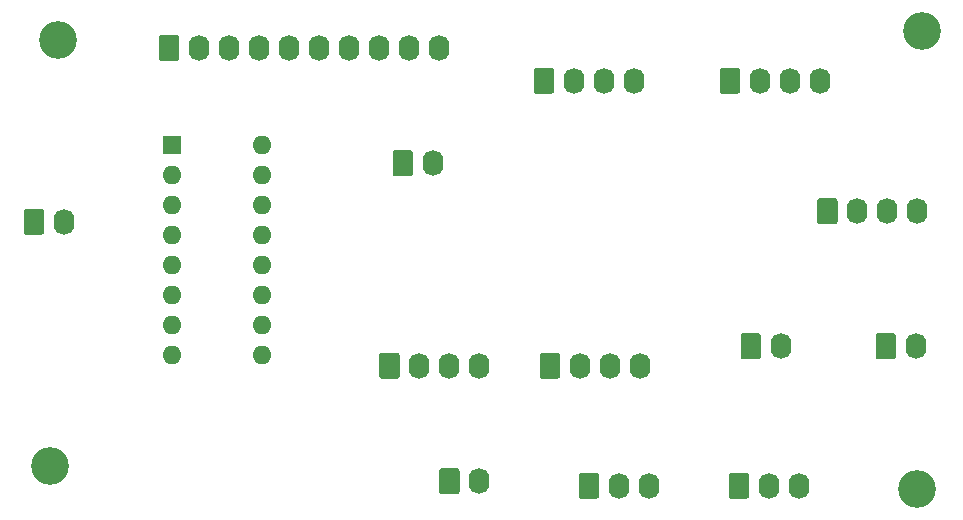
<source format=gbr>
G04 #@! TF.GenerationSoftware,KiCad,Pcbnew,(5.1.5-0-10_14)*
G04 #@! TF.CreationDate,2021-04-18T16:02:41+10:00*
G04 #@! TF.ProjectId,OH - Left Console - Output Distribution,4f48202d-204c-4656-9674-20436f6e736f,rev?*
G04 #@! TF.SameCoordinates,Original*
G04 #@! TF.FileFunction,Soldermask,Top*
G04 #@! TF.FilePolarity,Negative*
%FSLAX46Y46*%
G04 Gerber Fmt 4.6, Leading zero omitted, Abs format (unit mm)*
G04 Created by KiCad (PCBNEW (5.1.5-0-10_14)) date 2021-04-18 16:02:41*
%MOMM*%
%LPD*%
G04 APERTURE LIST*
%ADD10O,1.740000X2.200000*%
%ADD11C,0.100000*%
%ADD12O,1.600000X1.600000*%
%ADD13R,1.600000X1.600000*%
%ADD14C,3.200000*%
G04 APERTURE END LIST*
D10*
X201168000Y-51435000D03*
X198628000Y-51435000D03*
X196088000Y-51435000D03*
D11*
G36*
X194192505Y-50336204D02*
G01*
X194216773Y-50339804D01*
X194240572Y-50345765D01*
X194263671Y-50354030D01*
X194285850Y-50364520D01*
X194306893Y-50377132D01*
X194326599Y-50391747D01*
X194344777Y-50408223D01*
X194361253Y-50426401D01*
X194375868Y-50446107D01*
X194388480Y-50467150D01*
X194398970Y-50489329D01*
X194407235Y-50512428D01*
X194413196Y-50536227D01*
X194416796Y-50560495D01*
X194418000Y-50584999D01*
X194418000Y-52285001D01*
X194416796Y-52309505D01*
X194413196Y-52333773D01*
X194407235Y-52357572D01*
X194398970Y-52380671D01*
X194388480Y-52402850D01*
X194375868Y-52423893D01*
X194361253Y-52443599D01*
X194344777Y-52461777D01*
X194326599Y-52478253D01*
X194306893Y-52492868D01*
X194285850Y-52505480D01*
X194263671Y-52515970D01*
X194240572Y-52524235D01*
X194216773Y-52530196D01*
X194192505Y-52533796D01*
X194168001Y-52535000D01*
X192927999Y-52535000D01*
X192903495Y-52533796D01*
X192879227Y-52530196D01*
X192855428Y-52524235D01*
X192832329Y-52515970D01*
X192810150Y-52505480D01*
X192789107Y-52492868D01*
X192769401Y-52478253D01*
X192751223Y-52461777D01*
X192734747Y-52443599D01*
X192720132Y-52423893D01*
X192707520Y-52402850D01*
X192697030Y-52380671D01*
X192688765Y-52357572D01*
X192682804Y-52333773D01*
X192679204Y-52309505D01*
X192678000Y-52285001D01*
X192678000Y-50584999D01*
X192679204Y-50560495D01*
X192682804Y-50536227D01*
X192688765Y-50512428D01*
X192697030Y-50489329D01*
X192707520Y-50467150D01*
X192720132Y-50446107D01*
X192734747Y-50426401D01*
X192751223Y-50408223D01*
X192769401Y-50391747D01*
X192789107Y-50377132D01*
X192810150Y-50364520D01*
X192832329Y-50354030D01*
X192855428Y-50345765D01*
X192879227Y-50339804D01*
X192903495Y-50336204D01*
X192927999Y-50335000D01*
X194168001Y-50335000D01*
X194192505Y-50336204D01*
G37*
D10*
X201041000Y-62865000D03*
D11*
G36*
X199145505Y-61766204D02*
G01*
X199169773Y-61769804D01*
X199193572Y-61775765D01*
X199216671Y-61784030D01*
X199238850Y-61794520D01*
X199259893Y-61807132D01*
X199279599Y-61821747D01*
X199297777Y-61838223D01*
X199314253Y-61856401D01*
X199328868Y-61876107D01*
X199341480Y-61897150D01*
X199351970Y-61919329D01*
X199360235Y-61942428D01*
X199366196Y-61966227D01*
X199369796Y-61990495D01*
X199371000Y-62014999D01*
X199371000Y-63715001D01*
X199369796Y-63739505D01*
X199366196Y-63763773D01*
X199360235Y-63787572D01*
X199351970Y-63810671D01*
X199341480Y-63832850D01*
X199328868Y-63853893D01*
X199314253Y-63873599D01*
X199297777Y-63891777D01*
X199279599Y-63908253D01*
X199259893Y-63922868D01*
X199238850Y-63935480D01*
X199216671Y-63945970D01*
X199193572Y-63954235D01*
X199169773Y-63960196D01*
X199145505Y-63963796D01*
X199121001Y-63965000D01*
X197880999Y-63965000D01*
X197856495Y-63963796D01*
X197832227Y-63960196D01*
X197808428Y-63954235D01*
X197785329Y-63945970D01*
X197763150Y-63935480D01*
X197742107Y-63922868D01*
X197722401Y-63908253D01*
X197704223Y-63891777D01*
X197687747Y-63873599D01*
X197673132Y-63853893D01*
X197660520Y-63832850D01*
X197650030Y-63810671D01*
X197641765Y-63787572D01*
X197635804Y-63763773D01*
X197632204Y-63739505D01*
X197631000Y-63715001D01*
X197631000Y-62014999D01*
X197632204Y-61990495D01*
X197635804Y-61966227D01*
X197641765Y-61942428D01*
X197650030Y-61919329D01*
X197660520Y-61897150D01*
X197673132Y-61876107D01*
X197687747Y-61856401D01*
X197704223Y-61838223D01*
X197722401Y-61821747D01*
X197742107Y-61807132D01*
X197763150Y-61794520D01*
X197785329Y-61784030D01*
X197808428Y-61775765D01*
X197832227Y-61769804D01*
X197856495Y-61766204D01*
X197880999Y-61765000D01*
X199121001Y-61765000D01*
X199145505Y-61766204D01*
G37*
D10*
X189611000Y-62865000D03*
D11*
G36*
X187715505Y-61766204D02*
G01*
X187739773Y-61769804D01*
X187763572Y-61775765D01*
X187786671Y-61784030D01*
X187808850Y-61794520D01*
X187829893Y-61807132D01*
X187849599Y-61821747D01*
X187867777Y-61838223D01*
X187884253Y-61856401D01*
X187898868Y-61876107D01*
X187911480Y-61897150D01*
X187921970Y-61919329D01*
X187930235Y-61942428D01*
X187936196Y-61966227D01*
X187939796Y-61990495D01*
X187941000Y-62014999D01*
X187941000Y-63715001D01*
X187939796Y-63739505D01*
X187936196Y-63763773D01*
X187930235Y-63787572D01*
X187921970Y-63810671D01*
X187911480Y-63832850D01*
X187898868Y-63853893D01*
X187884253Y-63873599D01*
X187867777Y-63891777D01*
X187849599Y-63908253D01*
X187829893Y-63922868D01*
X187808850Y-63935480D01*
X187786671Y-63945970D01*
X187763572Y-63954235D01*
X187739773Y-63960196D01*
X187715505Y-63963796D01*
X187691001Y-63965000D01*
X186450999Y-63965000D01*
X186426495Y-63963796D01*
X186402227Y-63960196D01*
X186378428Y-63954235D01*
X186355329Y-63945970D01*
X186333150Y-63935480D01*
X186312107Y-63922868D01*
X186292401Y-63908253D01*
X186274223Y-63891777D01*
X186257747Y-63873599D01*
X186243132Y-63853893D01*
X186230520Y-63832850D01*
X186220030Y-63810671D01*
X186211765Y-63787572D01*
X186205804Y-63763773D01*
X186202204Y-63739505D01*
X186201000Y-63715001D01*
X186201000Y-62014999D01*
X186202204Y-61990495D01*
X186205804Y-61966227D01*
X186211765Y-61942428D01*
X186220030Y-61919329D01*
X186230520Y-61897150D01*
X186243132Y-61876107D01*
X186257747Y-61856401D01*
X186274223Y-61838223D01*
X186292401Y-61821747D01*
X186312107Y-61807132D01*
X186333150Y-61794520D01*
X186355329Y-61784030D01*
X186378428Y-61775765D01*
X186402227Y-61769804D01*
X186426495Y-61766204D01*
X186450999Y-61765000D01*
X187691001Y-61765000D01*
X187715505Y-61766204D01*
G37*
D12*
X145669000Y-45847000D03*
X138049000Y-63627000D03*
X145669000Y-48387000D03*
X138049000Y-61087000D03*
X145669000Y-50927000D03*
X138049000Y-58547000D03*
X145669000Y-53467000D03*
X138049000Y-56007000D03*
X145669000Y-56007000D03*
X138049000Y-53467000D03*
X145669000Y-58547000D03*
X138049000Y-50927000D03*
X145669000Y-61087000D03*
X138049000Y-48387000D03*
X145669000Y-63627000D03*
D13*
X138049000Y-45847000D03*
D10*
X178435000Y-74676000D03*
X175895000Y-74676000D03*
D11*
G36*
X173999505Y-73577204D02*
G01*
X174023773Y-73580804D01*
X174047572Y-73586765D01*
X174070671Y-73595030D01*
X174092850Y-73605520D01*
X174113893Y-73618132D01*
X174133599Y-73632747D01*
X174151777Y-73649223D01*
X174168253Y-73667401D01*
X174182868Y-73687107D01*
X174195480Y-73708150D01*
X174205970Y-73730329D01*
X174214235Y-73753428D01*
X174220196Y-73777227D01*
X174223796Y-73801495D01*
X174225000Y-73825999D01*
X174225000Y-75526001D01*
X174223796Y-75550505D01*
X174220196Y-75574773D01*
X174214235Y-75598572D01*
X174205970Y-75621671D01*
X174195480Y-75643850D01*
X174182868Y-75664893D01*
X174168253Y-75684599D01*
X174151777Y-75702777D01*
X174133599Y-75719253D01*
X174113893Y-75733868D01*
X174092850Y-75746480D01*
X174070671Y-75756970D01*
X174047572Y-75765235D01*
X174023773Y-75771196D01*
X173999505Y-75774796D01*
X173975001Y-75776000D01*
X172734999Y-75776000D01*
X172710495Y-75774796D01*
X172686227Y-75771196D01*
X172662428Y-75765235D01*
X172639329Y-75756970D01*
X172617150Y-75746480D01*
X172596107Y-75733868D01*
X172576401Y-75719253D01*
X172558223Y-75702777D01*
X172541747Y-75684599D01*
X172527132Y-75664893D01*
X172514520Y-75643850D01*
X172504030Y-75621671D01*
X172495765Y-75598572D01*
X172489804Y-75574773D01*
X172486204Y-75550505D01*
X172485000Y-75526001D01*
X172485000Y-73825999D01*
X172486204Y-73801495D01*
X172489804Y-73777227D01*
X172495765Y-73753428D01*
X172504030Y-73730329D01*
X172514520Y-73708150D01*
X172527132Y-73687107D01*
X172541747Y-73667401D01*
X172558223Y-73649223D01*
X172576401Y-73632747D01*
X172596107Y-73618132D01*
X172617150Y-73605520D01*
X172639329Y-73595030D01*
X172662428Y-73586765D01*
X172686227Y-73580804D01*
X172710495Y-73577204D01*
X172734999Y-73576000D01*
X173975001Y-73576000D01*
X173999505Y-73577204D01*
G37*
D10*
X191135000Y-74676000D03*
X188595000Y-74676000D03*
D11*
G36*
X186699505Y-73577204D02*
G01*
X186723773Y-73580804D01*
X186747572Y-73586765D01*
X186770671Y-73595030D01*
X186792850Y-73605520D01*
X186813893Y-73618132D01*
X186833599Y-73632747D01*
X186851777Y-73649223D01*
X186868253Y-73667401D01*
X186882868Y-73687107D01*
X186895480Y-73708150D01*
X186905970Y-73730329D01*
X186914235Y-73753428D01*
X186920196Y-73777227D01*
X186923796Y-73801495D01*
X186925000Y-73825999D01*
X186925000Y-75526001D01*
X186923796Y-75550505D01*
X186920196Y-75574773D01*
X186914235Y-75598572D01*
X186905970Y-75621671D01*
X186895480Y-75643850D01*
X186882868Y-75664893D01*
X186868253Y-75684599D01*
X186851777Y-75702777D01*
X186833599Y-75719253D01*
X186813893Y-75733868D01*
X186792850Y-75746480D01*
X186770671Y-75756970D01*
X186747572Y-75765235D01*
X186723773Y-75771196D01*
X186699505Y-75774796D01*
X186675001Y-75776000D01*
X185434999Y-75776000D01*
X185410495Y-75774796D01*
X185386227Y-75771196D01*
X185362428Y-75765235D01*
X185339329Y-75756970D01*
X185317150Y-75746480D01*
X185296107Y-75733868D01*
X185276401Y-75719253D01*
X185258223Y-75702777D01*
X185241747Y-75684599D01*
X185227132Y-75664893D01*
X185214520Y-75643850D01*
X185204030Y-75621671D01*
X185195765Y-75598572D01*
X185189804Y-75574773D01*
X185186204Y-75550505D01*
X185185000Y-75526001D01*
X185185000Y-73825999D01*
X185186204Y-73801495D01*
X185189804Y-73777227D01*
X185195765Y-73753428D01*
X185204030Y-73730329D01*
X185214520Y-73708150D01*
X185227132Y-73687107D01*
X185241747Y-73667401D01*
X185258223Y-73649223D01*
X185276401Y-73632747D01*
X185296107Y-73618132D01*
X185317150Y-73605520D01*
X185339329Y-73595030D01*
X185362428Y-73586765D01*
X185386227Y-73580804D01*
X185410495Y-73577204D01*
X185434999Y-73576000D01*
X186675001Y-73576000D01*
X186699505Y-73577204D01*
G37*
D10*
X177673000Y-64516000D03*
X175133000Y-64516000D03*
X172593000Y-64516000D03*
D11*
G36*
X170697505Y-63417204D02*
G01*
X170721773Y-63420804D01*
X170745572Y-63426765D01*
X170768671Y-63435030D01*
X170790850Y-63445520D01*
X170811893Y-63458132D01*
X170831599Y-63472747D01*
X170849777Y-63489223D01*
X170866253Y-63507401D01*
X170880868Y-63527107D01*
X170893480Y-63548150D01*
X170903970Y-63570329D01*
X170912235Y-63593428D01*
X170918196Y-63617227D01*
X170921796Y-63641495D01*
X170923000Y-63665999D01*
X170923000Y-65366001D01*
X170921796Y-65390505D01*
X170918196Y-65414773D01*
X170912235Y-65438572D01*
X170903970Y-65461671D01*
X170893480Y-65483850D01*
X170880868Y-65504893D01*
X170866253Y-65524599D01*
X170849777Y-65542777D01*
X170831599Y-65559253D01*
X170811893Y-65573868D01*
X170790850Y-65586480D01*
X170768671Y-65596970D01*
X170745572Y-65605235D01*
X170721773Y-65611196D01*
X170697505Y-65614796D01*
X170673001Y-65616000D01*
X169432999Y-65616000D01*
X169408495Y-65614796D01*
X169384227Y-65611196D01*
X169360428Y-65605235D01*
X169337329Y-65596970D01*
X169315150Y-65586480D01*
X169294107Y-65573868D01*
X169274401Y-65559253D01*
X169256223Y-65542777D01*
X169239747Y-65524599D01*
X169225132Y-65504893D01*
X169212520Y-65483850D01*
X169202030Y-65461671D01*
X169193765Y-65438572D01*
X169187804Y-65414773D01*
X169184204Y-65390505D01*
X169183000Y-65366001D01*
X169183000Y-63665999D01*
X169184204Y-63641495D01*
X169187804Y-63617227D01*
X169193765Y-63593428D01*
X169202030Y-63570329D01*
X169212520Y-63548150D01*
X169225132Y-63527107D01*
X169239747Y-63507401D01*
X169256223Y-63489223D01*
X169274401Y-63472747D01*
X169294107Y-63458132D01*
X169315150Y-63445520D01*
X169337329Y-63435030D01*
X169360428Y-63426765D01*
X169384227Y-63420804D01*
X169408495Y-63417204D01*
X169432999Y-63416000D01*
X170673001Y-63416000D01*
X170697505Y-63417204D01*
G37*
D10*
X192913000Y-40386000D03*
X190373000Y-40386000D03*
X187833000Y-40386000D03*
D11*
G36*
X185937505Y-39287204D02*
G01*
X185961773Y-39290804D01*
X185985572Y-39296765D01*
X186008671Y-39305030D01*
X186030850Y-39315520D01*
X186051893Y-39328132D01*
X186071599Y-39342747D01*
X186089777Y-39359223D01*
X186106253Y-39377401D01*
X186120868Y-39397107D01*
X186133480Y-39418150D01*
X186143970Y-39440329D01*
X186152235Y-39463428D01*
X186158196Y-39487227D01*
X186161796Y-39511495D01*
X186163000Y-39535999D01*
X186163000Y-41236001D01*
X186161796Y-41260505D01*
X186158196Y-41284773D01*
X186152235Y-41308572D01*
X186143970Y-41331671D01*
X186133480Y-41353850D01*
X186120868Y-41374893D01*
X186106253Y-41394599D01*
X186089777Y-41412777D01*
X186071599Y-41429253D01*
X186051893Y-41443868D01*
X186030850Y-41456480D01*
X186008671Y-41466970D01*
X185985572Y-41475235D01*
X185961773Y-41481196D01*
X185937505Y-41484796D01*
X185913001Y-41486000D01*
X184672999Y-41486000D01*
X184648495Y-41484796D01*
X184624227Y-41481196D01*
X184600428Y-41475235D01*
X184577329Y-41466970D01*
X184555150Y-41456480D01*
X184534107Y-41443868D01*
X184514401Y-41429253D01*
X184496223Y-41412777D01*
X184479747Y-41394599D01*
X184465132Y-41374893D01*
X184452520Y-41353850D01*
X184442030Y-41331671D01*
X184433765Y-41308572D01*
X184427804Y-41284773D01*
X184424204Y-41260505D01*
X184423000Y-41236001D01*
X184423000Y-39535999D01*
X184424204Y-39511495D01*
X184427804Y-39487227D01*
X184433765Y-39463428D01*
X184442030Y-39440329D01*
X184452520Y-39418150D01*
X184465132Y-39397107D01*
X184479747Y-39377401D01*
X184496223Y-39359223D01*
X184514401Y-39342747D01*
X184534107Y-39328132D01*
X184555150Y-39315520D01*
X184577329Y-39305030D01*
X184600428Y-39296765D01*
X184624227Y-39290804D01*
X184648495Y-39287204D01*
X184672999Y-39286000D01*
X185913001Y-39286000D01*
X185937505Y-39287204D01*
G37*
D10*
X164084000Y-74295000D03*
D11*
G36*
X162188505Y-73196204D02*
G01*
X162212773Y-73199804D01*
X162236572Y-73205765D01*
X162259671Y-73214030D01*
X162281850Y-73224520D01*
X162302893Y-73237132D01*
X162322599Y-73251747D01*
X162340777Y-73268223D01*
X162357253Y-73286401D01*
X162371868Y-73306107D01*
X162384480Y-73327150D01*
X162394970Y-73349329D01*
X162403235Y-73372428D01*
X162409196Y-73396227D01*
X162412796Y-73420495D01*
X162414000Y-73444999D01*
X162414000Y-75145001D01*
X162412796Y-75169505D01*
X162409196Y-75193773D01*
X162403235Y-75217572D01*
X162394970Y-75240671D01*
X162384480Y-75262850D01*
X162371868Y-75283893D01*
X162357253Y-75303599D01*
X162340777Y-75321777D01*
X162322599Y-75338253D01*
X162302893Y-75352868D01*
X162281850Y-75365480D01*
X162259671Y-75375970D01*
X162236572Y-75384235D01*
X162212773Y-75390196D01*
X162188505Y-75393796D01*
X162164001Y-75395000D01*
X160923999Y-75395000D01*
X160899495Y-75393796D01*
X160875227Y-75390196D01*
X160851428Y-75384235D01*
X160828329Y-75375970D01*
X160806150Y-75365480D01*
X160785107Y-75352868D01*
X160765401Y-75338253D01*
X160747223Y-75321777D01*
X160730747Y-75303599D01*
X160716132Y-75283893D01*
X160703520Y-75262850D01*
X160693030Y-75240671D01*
X160684765Y-75217572D01*
X160678804Y-75193773D01*
X160675204Y-75169505D01*
X160674000Y-75145001D01*
X160674000Y-73444999D01*
X160675204Y-73420495D01*
X160678804Y-73396227D01*
X160684765Y-73372428D01*
X160693030Y-73349329D01*
X160703520Y-73327150D01*
X160716132Y-73306107D01*
X160730747Y-73286401D01*
X160747223Y-73268223D01*
X160765401Y-73251747D01*
X160785107Y-73237132D01*
X160806150Y-73224520D01*
X160828329Y-73214030D01*
X160851428Y-73205765D01*
X160875227Y-73199804D01*
X160899495Y-73196204D01*
X160923999Y-73195000D01*
X162164001Y-73195000D01*
X162188505Y-73196204D01*
G37*
D10*
X164084000Y-64516000D03*
X161544000Y-64516000D03*
X159004000Y-64516000D03*
D11*
G36*
X157108505Y-63417204D02*
G01*
X157132773Y-63420804D01*
X157156572Y-63426765D01*
X157179671Y-63435030D01*
X157201850Y-63445520D01*
X157222893Y-63458132D01*
X157242599Y-63472747D01*
X157260777Y-63489223D01*
X157277253Y-63507401D01*
X157291868Y-63527107D01*
X157304480Y-63548150D01*
X157314970Y-63570329D01*
X157323235Y-63593428D01*
X157329196Y-63617227D01*
X157332796Y-63641495D01*
X157334000Y-63665999D01*
X157334000Y-65366001D01*
X157332796Y-65390505D01*
X157329196Y-65414773D01*
X157323235Y-65438572D01*
X157314970Y-65461671D01*
X157304480Y-65483850D01*
X157291868Y-65504893D01*
X157277253Y-65524599D01*
X157260777Y-65542777D01*
X157242599Y-65559253D01*
X157222893Y-65573868D01*
X157201850Y-65586480D01*
X157179671Y-65596970D01*
X157156572Y-65605235D01*
X157132773Y-65611196D01*
X157108505Y-65614796D01*
X157084001Y-65616000D01*
X155843999Y-65616000D01*
X155819495Y-65614796D01*
X155795227Y-65611196D01*
X155771428Y-65605235D01*
X155748329Y-65596970D01*
X155726150Y-65586480D01*
X155705107Y-65573868D01*
X155685401Y-65559253D01*
X155667223Y-65542777D01*
X155650747Y-65524599D01*
X155636132Y-65504893D01*
X155623520Y-65483850D01*
X155613030Y-65461671D01*
X155604765Y-65438572D01*
X155598804Y-65414773D01*
X155595204Y-65390505D01*
X155594000Y-65366001D01*
X155594000Y-63665999D01*
X155595204Y-63641495D01*
X155598804Y-63617227D01*
X155604765Y-63593428D01*
X155613030Y-63570329D01*
X155623520Y-63548150D01*
X155636132Y-63527107D01*
X155650747Y-63507401D01*
X155667223Y-63489223D01*
X155685401Y-63472747D01*
X155705107Y-63458132D01*
X155726150Y-63445520D01*
X155748329Y-63435030D01*
X155771428Y-63426765D01*
X155795227Y-63420804D01*
X155819495Y-63417204D01*
X155843999Y-63416000D01*
X157084001Y-63416000D01*
X157108505Y-63417204D01*
G37*
D10*
X160147000Y-47371000D03*
D11*
G36*
X158251505Y-46272204D02*
G01*
X158275773Y-46275804D01*
X158299572Y-46281765D01*
X158322671Y-46290030D01*
X158344850Y-46300520D01*
X158365893Y-46313132D01*
X158385599Y-46327747D01*
X158403777Y-46344223D01*
X158420253Y-46362401D01*
X158434868Y-46382107D01*
X158447480Y-46403150D01*
X158457970Y-46425329D01*
X158466235Y-46448428D01*
X158472196Y-46472227D01*
X158475796Y-46496495D01*
X158477000Y-46520999D01*
X158477000Y-48221001D01*
X158475796Y-48245505D01*
X158472196Y-48269773D01*
X158466235Y-48293572D01*
X158457970Y-48316671D01*
X158447480Y-48338850D01*
X158434868Y-48359893D01*
X158420253Y-48379599D01*
X158403777Y-48397777D01*
X158385599Y-48414253D01*
X158365893Y-48428868D01*
X158344850Y-48441480D01*
X158322671Y-48451970D01*
X158299572Y-48460235D01*
X158275773Y-48466196D01*
X158251505Y-48469796D01*
X158227001Y-48471000D01*
X156986999Y-48471000D01*
X156962495Y-48469796D01*
X156938227Y-48466196D01*
X156914428Y-48460235D01*
X156891329Y-48451970D01*
X156869150Y-48441480D01*
X156848107Y-48428868D01*
X156828401Y-48414253D01*
X156810223Y-48397777D01*
X156793747Y-48379599D01*
X156779132Y-48359893D01*
X156766520Y-48338850D01*
X156756030Y-48316671D01*
X156747765Y-48293572D01*
X156741804Y-48269773D01*
X156738204Y-48245505D01*
X156737000Y-48221001D01*
X156737000Y-46520999D01*
X156738204Y-46496495D01*
X156741804Y-46472227D01*
X156747765Y-46448428D01*
X156756030Y-46425329D01*
X156766520Y-46403150D01*
X156779132Y-46382107D01*
X156793747Y-46362401D01*
X156810223Y-46344223D01*
X156828401Y-46327747D01*
X156848107Y-46313132D01*
X156869150Y-46300520D01*
X156891329Y-46290030D01*
X156914428Y-46281765D01*
X156938227Y-46275804D01*
X156962495Y-46272204D01*
X156986999Y-46271000D01*
X158227001Y-46271000D01*
X158251505Y-46272204D01*
G37*
D10*
X177165000Y-40386000D03*
X174625000Y-40386000D03*
X172085000Y-40386000D03*
D11*
G36*
X170189505Y-39287204D02*
G01*
X170213773Y-39290804D01*
X170237572Y-39296765D01*
X170260671Y-39305030D01*
X170282850Y-39315520D01*
X170303893Y-39328132D01*
X170323599Y-39342747D01*
X170341777Y-39359223D01*
X170358253Y-39377401D01*
X170372868Y-39397107D01*
X170385480Y-39418150D01*
X170395970Y-39440329D01*
X170404235Y-39463428D01*
X170410196Y-39487227D01*
X170413796Y-39511495D01*
X170415000Y-39535999D01*
X170415000Y-41236001D01*
X170413796Y-41260505D01*
X170410196Y-41284773D01*
X170404235Y-41308572D01*
X170395970Y-41331671D01*
X170385480Y-41353850D01*
X170372868Y-41374893D01*
X170358253Y-41394599D01*
X170341777Y-41412777D01*
X170323599Y-41429253D01*
X170303893Y-41443868D01*
X170282850Y-41456480D01*
X170260671Y-41466970D01*
X170237572Y-41475235D01*
X170213773Y-41481196D01*
X170189505Y-41484796D01*
X170165001Y-41486000D01*
X168924999Y-41486000D01*
X168900495Y-41484796D01*
X168876227Y-41481196D01*
X168852428Y-41475235D01*
X168829329Y-41466970D01*
X168807150Y-41456480D01*
X168786107Y-41443868D01*
X168766401Y-41429253D01*
X168748223Y-41412777D01*
X168731747Y-41394599D01*
X168717132Y-41374893D01*
X168704520Y-41353850D01*
X168694030Y-41331671D01*
X168685765Y-41308572D01*
X168679804Y-41284773D01*
X168676204Y-41260505D01*
X168675000Y-41236001D01*
X168675000Y-39535999D01*
X168676204Y-39511495D01*
X168679804Y-39487227D01*
X168685765Y-39463428D01*
X168694030Y-39440329D01*
X168704520Y-39418150D01*
X168717132Y-39397107D01*
X168731747Y-39377401D01*
X168748223Y-39359223D01*
X168766401Y-39342747D01*
X168786107Y-39328132D01*
X168807150Y-39315520D01*
X168829329Y-39305030D01*
X168852428Y-39296765D01*
X168876227Y-39290804D01*
X168900495Y-39287204D01*
X168924999Y-39286000D01*
X170165001Y-39286000D01*
X170189505Y-39287204D01*
G37*
D10*
X128905000Y-52324000D03*
D11*
G36*
X127009505Y-51225204D02*
G01*
X127033773Y-51228804D01*
X127057572Y-51234765D01*
X127080671Y-51243030D01*
X127102850Y-51253520D01*
X127123893Y-51266132D01*
X127143599Y-51280747D01*
X127161777Y-51297223D01*
X127178253Y-51315401D01*
X127192868Y-51335107D01*
X127205480Y-51356150D01*
X127215970Y-51378329D01*
X127224235Y-51401428D01*
X127230196Y-51425227D01*
X127233796Y-51449495D01*
X127235000Y-51473999D01*
X127235000Y-53174001D01*
X127233796Y-53198505D01*
X127230196Y-53222773D01*
X127224235Y-53246572D01*
X127215970Y-53269671D01*
X127205480Y-53291850D01*
X127192868Y-53312893D01*
X127178253Y-53332599D01*
X127161777Y-53350777D01*
X127143599Y-53367253D01*
X127123893Y-53381868D01*
X127102850Y-53394480D01*
X127080671Y-53404970D01*
X127057572Y-53413235D01*
X127033773Y-53419196D01*
X127009505Y-53422796D01*
X126985001Y-53424000D01*
X125744999Y-53424000D01*
X125720495Y-53422796D01*
X125696227Y-53419196D01*
X125672428Y-53413235D01*
X125649329Y-53404970D01*
X125627150Y-53394480D01*
X125606107Y-53381868D01*
X125586401Y-53367253D01*
X125568223Y-53350777D01*
X125551747Y-53332599D01*
X125537132Y-53312893D01*
X125524520Y-53291850D01*
X125514030Y-53269671D01*
X125505765Y-53246572D01*
X125499804Y-53222773D01*
X125496204Y-53198505D01*
X125495000Y-53174001D01*
X125495000Y-51473999D01*
X125496204Y-51449495D01*
X125499804Y-51425227D01*
X125505765Y-51401428D01*
X125514030Y-51378329D01*
X125524520Y-51356150D01*
X125537132Y-51335107D01*
X125551747Y-51315401D01*
X125568223Y-51297223D01*
X125586401Y-51280747D01*
X125606107Y-51266132D01*
X125627150Y-51253520D01*
X125649329Y-51243030D01*
X125672428Y-51234765D01*
X125696227Y-51228804D01*
X125720495Y-51225204D01*
X125744999Y-51224000D01*
X126985001Y-51224000D01*
X127009505Y-51225204D01*
G37*
D10*
X160672000Y-37608000D03*
X158132000Y-37608000D03*
X155592000Y-37608000D03*
X153052000Y-37608000D03*
X150512000Y-37608000D03*
X147972000Y-37608000D03*
X145432000Y-37608000D03*
X142892000Y-37608000D03*
X140352000Y-37608000D03*
D11*
G36*
X138456505Y-36509204D02*
G01*
X138480773Y-36512804D01*
X138504572Y-36518765D01*
X138527671Y-36527030D01*
X138549850Y-36537520D01*
X138570893Y-36550132D01*
X138590599Y-36564747D01*
X138608777Y-36581223D01*
X138625253Y-36599401D01*
X138639868Y-36619107D01*
X138652480Y-36640150D01*
X138662970Y-36662329D01*
X138671235Y-36685428D01*
X138677196Y-36709227D01*
X138680796Y-36733495D01*
X138682000Y-36757999D01*
X138682000Y-38458001D01*
X138680796Y-38482505D01*
X138677196Y-38506773D01*
X138671235Y-38530572D01*
X138662970Y-38553671D01*
X138652480Y-38575850D01*
X138639868Y-38596893D01*
X138625253Y-38616599D01*
X138608777Y-38634777D01*
X138590599Y-38651253D01*
X138570893Y-38665868D01*
X138549850Y-38678480D01*
X138527671Y-38688970D01*
X138504572Y-38697235D01*
X138480773Y-38703196D01*
X138456505Y-38706796D01*
X138432001Y-38708000D01*
X137191999Y-38708000D01*
X137167495Y-38706796D01*
X137143227Y-38703196D01*
X137119428Y-38697235D01*
X137096329Y-38688970D01*
X137074150Y-38678480D01*
X137053107Y-38665868D01*
X137033401Y-38651253D01*
X137015223Y-38634777D01*
X136998747Y-38616599D01*
X136984132Y-38596893D01*
X136971520Y-38575850D01*
X136961030Y-38553671D01*
X136952765Y-38530572D01*
X136946804Y-38506773D01*
X136943204Y-38482505D01*
X136942000Y-38458001D01*
X136942000Y-36757999D01*
X136943204Y-36733495D01*
X136946804Y-36709227D01*
X136952765Y-36685428D01*
X136961030Y-36662329D01*
X136971520Y-36640150D01*
X136984132Y-36619107D01*
X136998747Y-36599401D01*
X137015223Y-36581223D01*
X137033401Y-36564747D01*
X137053107Y-36550132D01*
X137074150Y-36537520D01*
X137096329Y-36527030D01*
X137119428Y-36518765D01*
X137143227Y-36512804D01*
X137167495Y-36509204D01*
X137191999Y-36508000D01*
X138432001Y-36508000D01*
X138456505Y-36509204D01*
G37*
D14*
X201549000Y-36195000D03*
X201168000Y-74930000D03*
X127762000Y-73025000D03*
X128397000Y-36957000D03*
M02*

</source>
